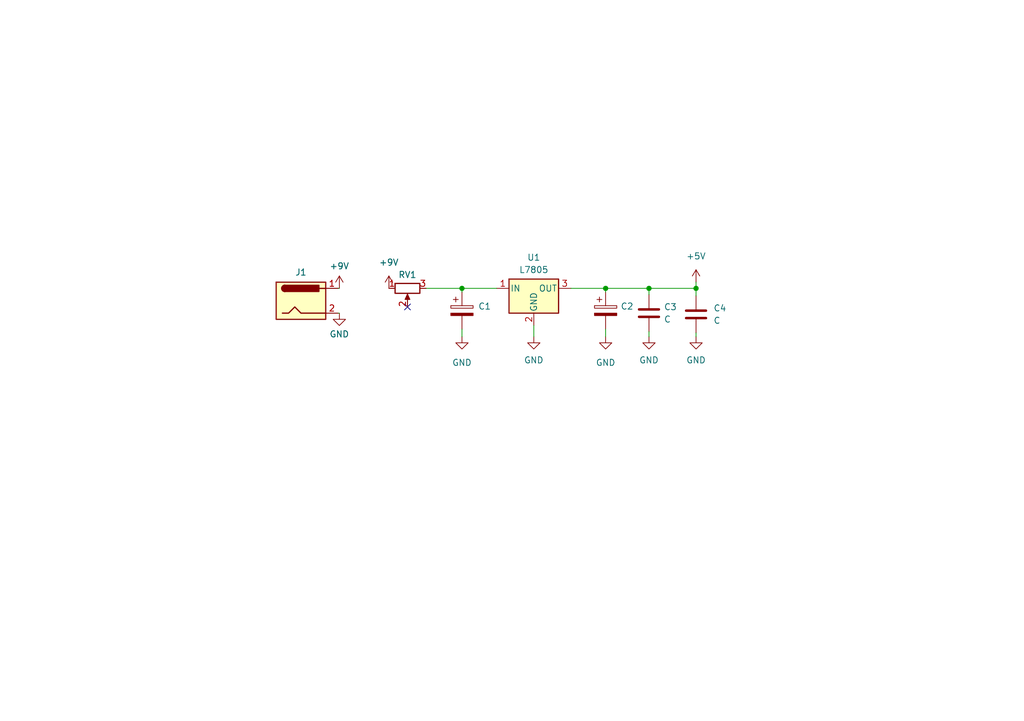
<source format=kicad_sch>
(kicad_sch (version 20230121) (generator eeschema)
  (paper "A5")
  (lib_symbols
    (symbol "Connector:Jack-DC" (pin_names (offset 1.016))
      (property "Reference" "J" (at 0 5.334 0))
      (property "Value" "Jack-DC" (at 0 -5.08 0))
      (symbol "Jack-DC_0_1"
        (rectangle (start -5.08 3.81) (end 5.08 -3.81) (stroke (width 0.254)) (fill (type background)))
        (arc (start -3.302 3.175) (mid -3.9343 2.54) (end -3.302 1.905) (stroke (width 0.254)))
        (arc (start -3.302 3.175) (mid -3.9343 2.54) (end -3.302 1.905) (stroke (width 0.254)) (fill (type outline)))
        (polyline (pts (xy 5.08 2.54) (xy 3.81 2.54)) (stroke (width 0.254)))
        (polyline (pts (xy -3.81 -2.54) (xy -2.54 -2.54) (xy -1.27 -1.27) (xy 0 -2.54) (xy 2.54 -2.54) (xy 5.08 -2.54)) (stroke (width 0.254)))
        (rectangle (start 3.683 3.175) (end -3.302 1.905) (stroke (width 0.254)) (fill (type outline)))
      )
      (symbol "Jack-DC_1_1"
        (pin passive line (at 7.62 2.54 180) (length 2.54) (name "~") (number "1"))
        (pin passive line (at 7.62 -2.54 180) (length 2.54) (name "~") (number "2"))
      )
    )
    (symbol "Device:C" (pin_numbers hide) (pin_names (offset 0.254))
      (property "Reference" "C" (at 0.635 2.54 0))
      (property "Value" "C" (at 0.635 -2.54 0))
      (symbol "C_0_1"
        (polyline (pts (xy -2.032 -0.762) (xy 2.032 -0.762)) (stroke (width 0.508)))
        (polyline (pts (xy -2.032 0.762) (xy 2.032 0.762)) (stroke (width 0.508)))
      )
      (symbol "C_1_1"
        (pin passive line (at 0 3.81 270) (length 2.794) (name "~") (number "1"))
        (pin passive line (at 0 -3.81 90) (length 2.794) (name "~") (number "2"))
      )
    )
    (symbol "Device:C_Polarized" (pin_numbers hide) (pin_names (offset 0.254))
      (property "Reference" "C" (at 0.635 2.54 0))
      (property "Value" "C_Polarized" (at 0.635 -2.54 0))
      (symbol "C_Polarized_0_1"
        (rectangle (start -2.286 0.508) (end 2.286 1.016))
        (polyline (pts (xy -1.778 2.286) (xy -0.762 2.286)))
        (polyline (pts (xy -1.27 2.794) (xy -1.27 1.778)))
        (rectangle (start 2.286 -0.508) (end -2.286 -1.016) (fill (type outline)))
      )
      (symbol "C_Polarized_1_1"
        (pin passive line (at 0 3.81 270) (length 2.794) (name "~") (number "1"))
        (pin passive line (at 0 -3.81 90) (length 2.794) (name "~") (number "2"))
      )
    )
    (symbol "Device:R_Potentiometer" (pin_names (offset 1.016) hide)
      (property "Reference" "RV" (at -4.445 0 90))
      (property "Value" "R_Potentiometer" (at -2.54 0 90))
      (symbol "R_Potentiometer_0_1"
        (polyline (pts (xy 2.54 0) (xy 1.524 0)))
        (polyline (pts (xy 1.143 0) (xy 2.286 0.508) (xy 2.286 -0.508) (xy 1.143 0)) (fill (type outline)))
        (rectangle (start 1.016 2.54) (end -1.016 -2.54) (stroke (width 0.254)))
      )
      (symbol "R_Potentiometer_1_1"
        (pin passive line (at 0 3.81 270) (length 1.27) (name "1") (number "1"))
        (pin passive line (at 3.81 0 180) (length 1.27) (name "2") (number "2"))
        (pin passive line (at 0 -3.81 90) (length 1.27) (name "3") (number "3"))
      )
    )
    (symbol "Regulator_Linear:L7805" (pin_names (offset 0.254))
      (property "Reference" "U" (at -3.81 3.175 0))
      (property "Value" "L7805" (at 0 3.175 0))
      (symbol "L7805_0_1"
        (rectangle (start -5.08 1.905) (end 5.08 -5.08) (stroke (width 0.254)) (fill (type background)))
      )
      (symbol "L7805_1_1"
        (pin power_in line (at -7.62 0 0) (length 2.54) (name "IN") (number "1"))
        (pin power_in line (at 0 -7.62 90) (length 2.54) (name "GND") (number "2"))
        (pin power_out line (at 7.62 0 180) (length 2.54) (name "OUT") (number "3"))
      )
    )
    (symbol "power:+5V" (power) (pin_names (offset 0))
      (property "Value" "+5V" (at 0 3.556 0))
      (symbol "+5V_0_1"
        (polyline (pts (xy -0.762 1.27) (xy 0 2.54)))
        (polyline (pts (xy 0 0) (xy 0 2.54)))
        (polyline (pts (xy 0 2.54) (xy 0.762 1.27)))
      )
      (symbol "+5V_1_1"
        (pin power_in line (at 0 0 90) (length 0) hide (name "+5V") (number "1"))
      )
    )
    (symbol "power:+9V" (power) (pin_names (offset 0))
      (property "Value" "+9V" (at 0 3.556 0))
      (symbol "+9V_0_1"
        (polyline (pts (xy -0.762 1.27) (xy 0 2.54)))
        (polyline (pts (xy 0 0) (xy 0 2.54)))
        (polyline (pts (xy 0 2.54) (xy 0.762 1.27)))
      )
      (symbol "+9V_1_1"
        (pin power_in line (at 0 0 90) (length 0) hide (name "+9V") (number "1"))
      )
    )
    (symbol "power:GND" (power) (pin_names (offset 0))
      (property "Value" "GND" (at 0 -3.81 0))
      (symbol "GND_0_1"
        (polyline (pts (xy 0 0) (xy 0 -1.27) (xy 1.27 -1.27) (xy 0 -2.54) (xy -1.27 -1.27) (xy 0 -1.27)))
      )
      (symbol "GND_1_1"
        (pin power_in line (at 0 0 270) (length 0) hide (name "GND") (number "1"))
      )
    )
  )
  (junction (at 142.748 59.182))
  (junction (at 94.742 59.182))
  (junction (at 133.096 59.182))
  (junction (at 124.206 59.182))
  (no_connect (at 83.566 62.992))
  (wire (pts (xy 133.096 69.088) (xy 133.096 68.072)))
  (wire (pts (xy 133.096 59.182) (xy 142.748 59.182)))
  (wire (pts (xy 124.206 59.182) (xy 133.096 59.182)))
  (wire (pts (xy 94.742 59.182) (xy 94.742 59.944)))
  (wire (pts (xy 101.854 59.182) (xy 94.742 59.182)))
  (wire (pts (xy 142.748 57.912) (xy 142.748 59.182)))
  (wire (pts (xy 69.596 59.182) (xy 69.342 59.182)))
  (wire (pts (xy 109.474 66.802) (xy 109.474 69.088)))
  (wire (pts (xy 124.206 59.182) (xy 124.206 59.944)))
  (wire (pts (xy 124.206 67.564) (xy 124.206 69.088)))
  (wire (pts (xy 142.748 59.182) (xy 142.748 60.706)))
  (wire (pts (xy 117.094 59.182) (xy 124.206 59.182)))
  (wire (pts (xy 94.742 69.088) (xy 94.742 67.564)))
  (wire (pts (xy 133.096 59.182) (xy 133.096 60.452)))
  (wire (pts (xy 142.748 69.088) (xy 142.748 68.326)))
  (wire (pts (xy 69.596 64.262) (xy 69.342 64.262)))
  (wire (pts (xy 87.376 59.182) (xy 94.742 59.182)))
  (symbol (lib_id "power:+9V") (at 79.756 59.182 0) (unit 1)
    (property "Reference" "#PWR03" (effects hide))
    (property "Value" "+9V" (at 79.756 53.848 0))
  )
  (symbol (lib_id "power:GND") (at 94.742 69.088 0) (unit 1)
    (property "Reference" "#PWR04" (effects hide))
    (property "Value" "GND" (at 94.742 74.422 0))
  )
  (symbol (lib_id "Device:C") (at 133.096 64.262 0) (unit 1)
    (property "Reference" "C3" (at 136.144 62.992 0) (effects (justify left)))
    (property "Value" "C" (at 136.144 65.532 0) (effects (justify left)))
    (property "Footprint" "Capacitor_THT:C_Rect_L4.6mm_W2.0mm_P2.50mm_MKS02_FKP02" (effects hide))
  )
  (symbol (lib_id "power:GND") (at 142.748 69.088 0) (unit 1)
    (property "Reference" "#PWR08" (effects hide))
    (property "Value" "GND" (at 142.748 73.914 0))
  )
  (symbol (lib_id "power:GND") (at 124.206 69.088 0) (unit 1)
    (property "Reference" "#PWR06" (effects hide))
    (property "Value" "GND" (at 124.206 74.422 0))
  )
  (symbol (lib_id "power:GND") (at 133.096 69.088 0) (unit 1)
    (property "Reference" "#PWR07" (effects hide))
    (property "Value" "GND" (at 133.096 73.914 0))
  )
  (symbol (lib_id "Device:R_Potentiometer") (at 83.566 59.182 90) (mirror x) (unit 1)
    (property "Reference" "RV1" (at 83.566 56.388 90))
    (property "Value" "R_Potentiometer" (effects hide))
    (property "Footprint" "Button_Switch_THT:SW_Push_2P2T_Toggle_CK_PVA2OAH5xxxxxxV2" (effects hide))
  )
  (symbol (lib_id "power:GND") (at 69.596 64.262 0) (unit 1)
    (property "Reference" "#PWR01" (effects hide))
    (property "Value" "GND" (at 69.596 68.58 0))
  )
  (symbol (lib_id "Device:C") (at 142.748 64.516 0) (unit 1)
    (property "Reference" "C4" (at 146.304 63.246 0) (effects (justify left)))
    (property "Value" "C" (at 146.304 65.786 0) (effects (justify left)))
    (property "Footprint" "Capacitor_THT:C_Rect_L4.6mm_W2.0mm_P2.50mm_MKS02_FKP02" (effects hide))
  )
  (symbol (lib_id "Connector:Jack-DC") (at 61.722 61.722 0) (unit 1)
    (property "Reference" "J1" (at 61.722 55.88 0))
    (property "Value" "Jack-DC" (effects hide))
    (property "Footprint" "Connector_BarrelJack:BarrelJack_CUI_PJ-102AH_Horizontal" (effects hide))
  )
  (symbol (lib_id "power:+5V") (at 142.748 57.912 0) (unit 1)
    (property "Reference" "#PWR09" (effects hide))
    (property "Value" "+5V" (at 142.748 52.578 0))
  )
  (symbol (lib_id "Regulator_Linear:L7805") (at 109.474 59.182 0) (unit 1)
    (property "Reference" "U1" (at 109.474 52.832 0))
    (property "Value" "L7805" (at 109.474 55.372 0))
    (property "Footprint" "Package_TO_SOT_THT:TO-220-3_Vertical" (effects hide))
    (property "Datasheet" "http://www.st.com/content/ccc/resource/technical/document/datasheet/41/4f/b3/b0/12/d4/47/88/CD00000444.pdf/files/CD00000444.pdf/jcr:content/translations/en.CD00000444.pdf" (effects hide))
  )
  (symbol (lib_id "power:GND") (at 109.474 69.088 0) (unit 1)
    (property "Reference" "#PWR05" (effects hide))
    (property "Value" "GND" (at 109.474 73.914 0))
  )
  (symbol (lib_id "Device:C_Polarized") (at 124.206 63.754 0) (unit 1)
    (property "Reference" "C2" (at 127.254 62.865 0) (effects (justify left)))
    (property "Value" "C_Polarized" (effects hide))
    (property "Footprint" "Capacitor_THT:CP_Radial_D4.0mm_P2.00mm" (effects hide))
  )
  (symbol (lib_id "power:+9V") (at 69.596 59.182 0) (unit 1)
    (property "Reference" "#PWR02" (effects hide))
    (property "Value" "+9V" (at 69.596 54.61 0))
  )
  (symbol (lib_id "Device:C_Polarized") (at 94.742 63.754 0) (unit 1)
    (property "Reference" "C1" (at 98.044 62.865 0) (effects (justify left)))
    (property "Value" "C_Polarized" (effects hide))
    (property "Footprint" "Capacitor_THT:CP_Radial_D4.0mm_P2.00mm" (effects hide))
  )
)
</source>
